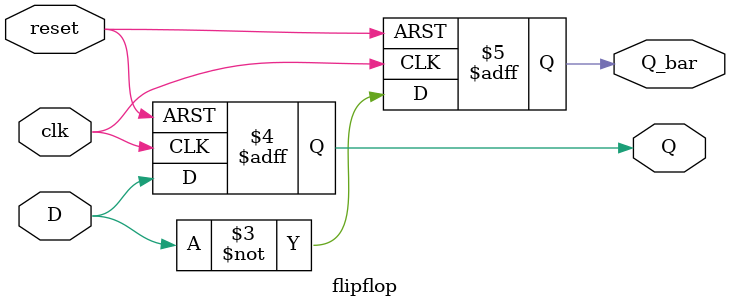
<source format=v>
module top_module (
    input clk,
    input reset,
    input x,
    output z
); 
reg D1,D2,D3,Q1,Q2,Q3,Q1_bar,Q2_bar,Q3_bar;
    assign D1=x^Q1;
    assign D2=x & Q2_bar;
    assign D3 = x | Q3_bar;
    assign z = ~(Q1 | Q2 | Q3);
    flipflop first(.D(D1),.clk(clk),.reset(reset),.Q(Q1),.Q_bar(Q1_bar));
    flipflop second(.D(D2),.clk(clk),.reset(reset),.Q(Q2),.Q_bar(Q2_bar));
    flipflop third(.D(D3),.clk(clk),.reset(reset),.Q(Q3),.Q_bar(Q3_bar));
endmodule
module flipflop(input D,clk,reset,output reg Q,Q_bar);
    always @(posedge clk,negedge reset)begin
        if(!reset)begin
            Q<=1'b0;
            Q_bar<=1'b1;
        end
        else begin
            Q<=D;
            Q_bar<=~D;
        end
    end
endmodule

</source>
